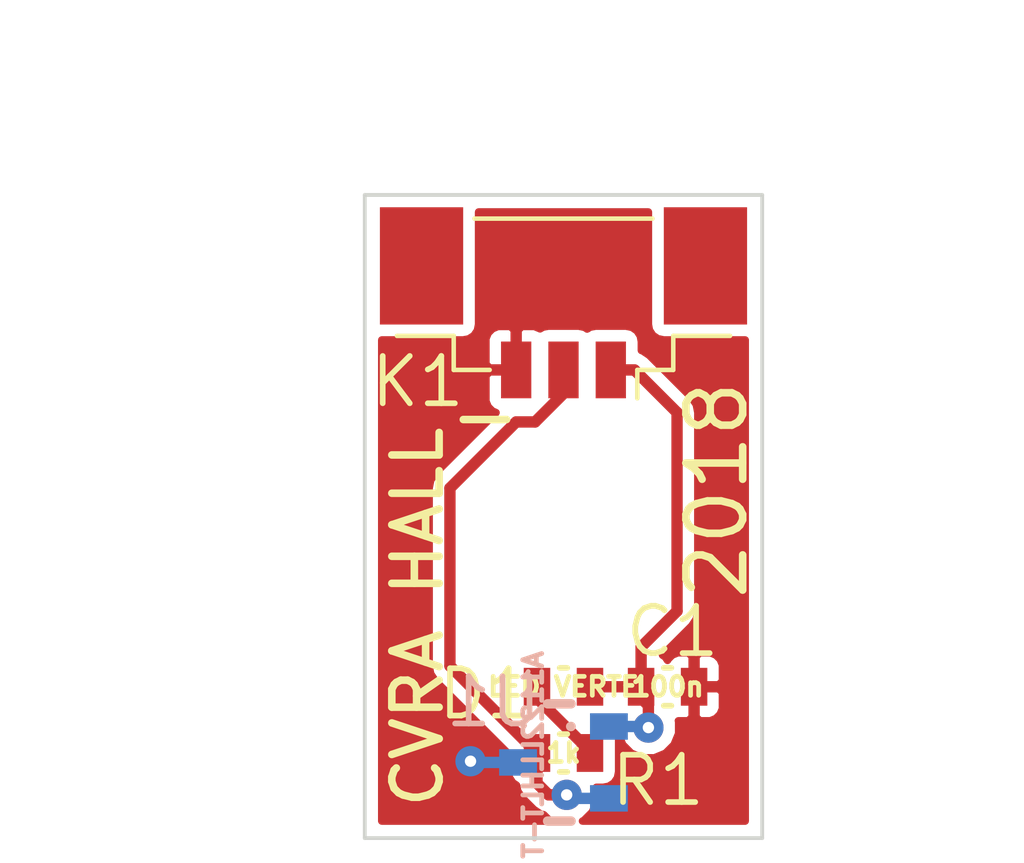
<source format=kicad_pcb>
(kicad_pcb (version 4) (host pcbnew 4.0.7)

  (general
    (links 8)
    (no_connects 0)
    (area 133.096799 77.958699 143.696801 95.058701)
    (thickness 0.8)
    (drawings 12)
    (tracks 30)
    (zones 0)
    (modules 6)
    (nets 6)
  )

  (page A4)
  (layers
    (0 F.Cu mixed)
    (31 B.Cu mixed)
    (32 B.Adhes user)
    (33 F.Adhes user)
    (34 B.Paste user)
    (35 F.Paste user)
    (36 B.SilkS user)
    (37 F.SilkS user)
    (38 B.Mask user)
    (39 F.Mask user)
    (40 Dwgs.User user)
    (41 Cmts.User user)
    (42 Eco1.User user)
    (43 Eco2.User user)
    (44 Edge.Cuts user)
    (45 Margin user)
    (46 B.CrtYd user)
    (47 F.CrtYd user)
    (48 B.Fab user)
    (49 F.Fab user)
  )

  (setup
    (last_trace_width 0.254)
    (user_trace_width 0.3)
    (user_trace_width 0.4)
    (user_trace_width 0.8)
    (trace_clearance 0.254)
    (zone_clearance 0.3)
    (zone_45_only no)
    (trace_min 0.2)
    (segment_width 0.1)
    (edge_width 0.1)
    (via_size 0.8)
    (via_drill 0.3)
    (via_min_size 0.8)
    (via_min_drill 0.3)
    (user_via 0.8 0.3)
    (uvia_size 0.508)
    (uvia_drill 0.127)
    (uvias_allowed no)
    (uvia_min_size 0.508)
    (uvia_min_drill 0.127)
    (pcb_text_width 0.2)
    (pcb_text_size 1.5 1.5)
    (mod_edge_width 0.15)
    (mod_text_size 1.25 1.25)
    (mod_text_width 0.15)
    (pad_size 0.7 1)
    (pad_drill 0)
    (pad_to_mask_clearance 0.08)
    (solder_mask_min_width 0.32)
    (aux_axis_origin 133.15 95)
    (grid_origin 133.1468 95.0087)
    (visible_elements 7FFEEFFF)
    (pcbplotparams
      (layerselection 0x011fc_80000001)
      (usegerberextensions true)
      (excludeedgelayer true)
      (linewidth 0.100000)
      (plotframeref false)
      (viasonmask false)
      (mode 1)
      (useauxorigin true)
      (hpglpennumber 1)
      (hpglpenspeed 20)
      (hpglpendiameter 15)
      (hpglpenoverlay 2)
      (psnegative false)
      (psa4output false)
      (plotreference true)
      (plotvalue false)
      (plotinvisibletext false)
      (padsonsilk false)
      (subtractmaskfromsilk true)
      (outputformat 1)
      (mirror false)
      (drillshape 0)
      (scaleselection 1)
      (outputdirectory Gerber/))
  )

  (net 0 "")
  (net 1 GND)
  (net 2 VCC)
  (net 3 "Net-(K1-Pad2)")
  (net 4 "Net-(D1-Pad2)")
  (net 5 "Net-(MEC1-Pad1)")

  (net_class Default "Ceci est la Netclass par défaut"
    (clearance 0.254)
    (trace_width 0.254)
    (via_dia 0.8)
    (via_drill 0.3)
    (uvia_dia 0.508)
    (uvia_drill 0.127)
    (add_net GND)
    (add_net "Net-(D1-Pad2)")
    (add_net "Net-(K1-Pad2)")
    (add_net "Net-(MEC1-Pad1)")
    (add_net VCC)
  )

  (module Connectors_Molex:Molex_PicoBlade_53398-0371_03x1.25mm_Straight (layer F.Cu) (tedit 5A355E5D) (tstamp 5A29B74F)
    (at 138.3968 81.2587 180)
    (descr "Molex PicoBlade, single row, top entry type, surface mount, PN:53398-0371")
    (tags "connector molex picoblade smt")
    (path /5522C353)
    (attr smd)
    (fp_text reference K1 (at 3.853 -1.685 180) (layer F.SilkS)
      (effects (font (size 1.25 1.25) (thickness 0.15)))
    )
    (fp_text value CONN_3 (at 0 4.25 180) (layer F.Fab)
      (effects (font (size 1 1) (thickness 0.15)))
    )
    (fp_line (start -2.75 -1.225) (end -2.75 2.475) (layer F.Fab) (width 0.1))
    (fp_line (start -2.75 2.475) (end 2.75 2.475) (layer F.Fab) (width 0.1))
    (fp_line (start 2.75 2.475) (end 2.75 -1.225) (layer F.Fab) (width 0.1))
    (fp_line (start 2.75 -1.225) (end -2.75 -1.225) (layer F.Fab) (width 0.1))
    (fp_line (start 2.75 2.475) (end 4.25 2.475) (layer F.Fab) (width 0.1))
    (fp_line (start 4.25 2.475) (end 4.25 -0.325) (layer F.Fab) (width 0.1))
    (fp_line (start 4.25 -0.325) (end 2.75 -0.325) (layer F.Fab) (width 0.1))
    (fp_line (start -2.75 2.475) (end -4.25 2.475) (layer F.Fab) (width 0.1))
    (fp_line (start -4.25 2.475) (end -4.25 -0.325) (layer F.Fab) (width 0.1))
    (fp_line (start -4.25 -0.325) (end -2.75 -0.325) (layer F.Fab) (width 0.1))
    (fp_line (start 1.95 -1.375) (end 2.9 -1.375) (layer F.SilkS) (width 0.12))
    (fp_line (start 2.9 -1.375) (end 2.9 -0.475) (layer F.SilkS) (width 0.12))
    (fp_line (start 2.9 -0.475) (end 4.4 -0.475) (layer F.SilkS) (width 0.12))
    (fp_line (start -1.95 -1.375) (end -2.9 -1.375) (layer F.SilkS) (width 0.12))
    (fp_line (start -2.9 -1.375) (end -2.9 -0.475) (layer F.SilkS) (width 0.12))
    (fp_line (start -2.9 -0.475) (end -4.4 -0.475) (layer F.SilkS) (width 0.12))
    (fp_line (start -2.35 2.625) (end 2.35 2.625) (layer F.SilkS) (width 0.12))
    (fp_line (start -1.95 -1.375) (end -1.95 -2.125) (layer F.SilkS) (width 0.12))
    (fp_line (start -1.65 -1.225) (end -1.25 -0.425) (layer F.Fab) (width 0.1))
    (fp_line (start -1.25 -0.425) (end -0.85 -1.225) (layer F.Fab) (width 0.1))
    (fp_line (start -0.85 -1.225) (end -1.65 -1.225) (layer F.Fab) (width 0.1))
    (fp_line (start 0 -2.7) (end 3.35 -2.7) (layer F.CrtYd) (width 0.05))
    (fp_line (start 3.35 -2.7) (end 3.35 -0.9) (layer F.CrtYd) (width 0.05))
    (fp_line (start 3.35 -0.9) (end 5.4 -0.9) (layer F.CrtYd) (width 0.05))
    (fp_line (start 5.4 -0.9) (end 5.4 3.5) (layer F.CrtYd) (width 0.05))
    (fp_line (start 5.4 3.5) (end 0 3.5) (layer F.CrtYd) (width 0.05))
    (fp_line (start 0 -2.7) (end -3.35 -2.7) (layer F.CrtYd) (width 0.05))
    (fp_line (start -3.35 -2.7) (end -3.35 -0.9) (layer F.CrtYd) (width 0.05))
    (fp_line (start -3.35 -0.9) (end -5.4 -0.9) (layer F.CrtYd) (width 0.05))
    (fp_line (start -5.4 -0.9) (end -5.4 3.5) (layer F.CrtYd) (width 0.05))
    (fp_line (start -5.4 3.5) (end 0 3.5) (layer F.CrtYd) (width 0.05))
    (fp_text user %R (at 0 1.5 180) (layer F.Fab)
      (effects (font (size 1 1) (thickness 0.15)))
    )
    (pad 1 smd rect (at -1.25 -1.375 180) (size 0.8 1.5) (layers F.Cu F.Paste F.Mask)
      (net 2 VCC))
    (pad 2 smd rect (at 0 -1.375 180) (size 0.8 1.5) (layers F.Cu F.Paste F.Mask)
      (net 3 "Net-(K1-Pad2)"))
    (pad 3 smd rect (at 1.25 -1.375 180) (size 0.8 1.5) (layers F.Cu F.Paste F.Mask)
      (net 1 GND))
    (pad "" smd rect (at -3.75 1.375 180) (size 2.2 3.1) (layers F.Cu F.Paste F.Mask))
    (pad "" smd rect (at 3.75 1.375 180) (size 2.2 3.1) (layers F.Cu F.Paste F.Mask))
    (model ${KISYS3DMOD}/Connectors_Molex.3dshapes/Molex_PicoBlade_53398-0371_03x1.25mm_Straight.wrl
      (at (xyz 0 0 0))
      (scale (xyz 1 1 1))
      (rotate (xyz 0 0 0))
    )
  )

  (module _std:_0603 (layer F.Cu) (tedit 5A355E3D) (tstamp 5522F17C)
    (at 141.1468 91.0087)
    (path /5522C472)
    (fp_text reference C1 (at 0.128 -1.461) (layer F.SilkS)
      (effects (font (size 1.25 1.25) (thickness 0.15)))
    )
    (fp_text value 100n (at 0 0) (layer F.SilkS)
      (effects (font (size 0.5 0.5) (thickness 0.125)))
    )
    (fp_line (start 0.1 0.5) (end -0.1 0.5) (layer F.SilkS) (width 0.15))
    (fp_line (start 0.1 -0.5) (end -0.1 -0.5) (layer F.SilkS) (width 0.15))
    (pad 2 smd rect (at 0.7 0) (size 0.7 1) (layers F.Cu F.Paste F.Mask)
      (net 1 GND))
    (pad 1 smd rect (at -0.7 0) (size 0.7 1) (layers F.Cu F.Paste F.Mask)
      (net 2 VCC))
  )

  (module _std:_0603 (layer F.Cu) (tedit 5A355E39) (tstamp 5522F189)
    (at 138.3968 92.7587 180)
    (path /5522CE34)
    (fp_text reference R1 (at -2.497 -0.726 180) (layer F.SilkS)
      (effects (font (size 1.25 1.25) (thickness 0.15)))
    )
    (fp_text value 1k (at 0 0 180) (layer F.SilkS)
      (effects (font (size 0.5 0.5) (thickness 0.125)))
    )
    (fp_line (start 0.1 0.5) (end -0.1 0.5) (layer F.SilkS) (width 0.15))
    (fp_line (start 0.1 -0.5) (end -0.1 -0.5) (layer F.SilkS) (width 0.15))
    (pad 2 smd rect (at 0.7 0 180) (size 0.7 1) (layers F.Cu F.Paste F.Mask)
      (net 3 "Net-(K1-Pad2)"))
    (pad 1 smd rect (at -0.7 0 180) (size 0.7 1) (layers F.Cu F.Paste F.Mask)
      (net 4 "Net-(D1-Pad2)"))
  )

  (module footprints:SOT-23W locked (layer B.Cu) (tedit 5A771FDE) (tstamp 5522F190)
    (at 138.3968 93.0087 270)
    (path /5522CBB3)
    (fp_text reference U1 (at -1.6 1.85 540) (layer B.SilkS)
      (effects (font (size 1.25 1.25) (thickness 0.15)) (justify mirror))
    )
    (fp_text value A1122LLHLT-T (at -0.2 0.8 270) (layer B.SilkS)
      (effects (font (size 0.5 0.5) (thickness 0.125)) (justify mirror))
    )
    (fp_line (start 1.55 0.42) (end 1.55 -0.2) (layer B.SilkS) (width 0.25))
    (fp_line (start -1.55 0.42) (end -1.55 -0.2) (layer B.SilkS) (width 0.25))
    (fp_line (start -0.95 -0.19) (end -0.95 -0.2) (layer B.SilkS) (width 0.25))
    (pad 3 smd rect (at 0 1.2 270) (size 0.7 1) (layers B.Cu B.Paste B.Mask)
      (net 1 GND))
    (pad 2 smd rect (at 0.95 -1.2 270) (size 0.7 1) (layers B.Cu B.Paste B.Mask)
      (net 3 "Net-(K1-Pad2)"))
    (pad 1 smd rect (at -0.95 -1.2 270) (size 0.7 1) (layers B.Cu B.Paste B.Mask)
      (net 2 VCC))
  )

  (module _std:_0603 (layer F.Cu) (tedit 5A355E48) (tstamp 552ACFCC)
    (at 138.3968 91.0087 180)
    (path /552ACA8A)
    (fp_text reference D1 (at 2.075 -0.19 180) (layer F.SilkS)
      (effects (font (size 1.25 1.25) (thickness 0.15)))
    )
    (fp_text value "LED VERTE" (at 0 0 180) (layer F.SilkS)
      (effects (font (size 0.5 0.5) (thickness 0.125)))
    )
    (fp_line (start 0.1 0.5) (end -0.1 0.5) (layer F.SilkS) (width 0.15))
    (fp_line (start 0.1 -0.5) (end -0.1 -0.5) (layer F.SilkS) (width 0.15))
    (pad 2 smd rect (at 0.7 0 180) (size 0.7 1) (layers F.Cu F.Paste F.Mask)
      (net 4 "Net-(D1-Pad2)"))
    (pad 1 smd rect (at -0.7 0 180) (size 0.7 1) (layers F.Cu F.Paste F.Mask)
      (net 2 VCC))
  )

  (module Mounting_Holes:MountingHole_2.2mm_M2 locked (layer F.Cu) (tedit 5A355D51) (tstamp 5A29B75B)
    (at 138.3968 86.8587 180)
    (descr "Mounting Hole 2.2mm, no annular, M2")
    (tags "mounting hole 2.2mm no annular m2")
    (path /5A29B6AC)
    (attr virtual)
    (fp_text reference MEC1 (at 0 -3.2 180) (layer F.SilkS) hide
      (effects (font (size 1.25 1.25) (thickness 0.15)))
    )
    (fp_text value M2 (at 0 3.2 180) (layer F.Fab)
      (effects (font (size 1 1) (thickness 0.15)))
    )
    (fp_text user %R (at 0.3 0 180) (layer F.Fab)
      (effects (font (size 1 1) (thickness 0.15)))
    )
    (fp_circle (center 0 0) (end 2.2 0) (layer Cmts.User) (width 0.15))
    (fp_circle (center 0 0) (end 2.45 0) (layer F.CrtYd) (width 0.05))
    (pad 1 np_thru_hole circle (at 0 0 180) (size 2.2 2.2) (drill 2.2) (layers *.Cu *.Mask)
      (net 5 "Net-(MEC1-Pad1)"))
  )

  (gr_text 2018 (at 142.4468 85.8087 90) (layer F.SilkS)
    (effects (font (size 1.5 1.5) (thickness 0.2)))
  )
  (dimension 6 (width 0.1) (layer Dwgs.User)
    (gr_text 6.15 (at 150.1468 89.5087 90) (layer Dwgs.User)
      (effects (font (size 1.5 1.5) (thickness 0.1)))
    )
    (feature1 (pts (xy 144.6468 87.0087) (xy 148.9468 87.0087)))
    (feature2 (pts (xy 144.6468 93.0087) (xy 148.9468 93.0087)))
    (crossbar (pts (xy 146.6468 93.0087) (xy 146.6468 87.0087)))
    (arrow1a (pts (xy 146.6468 87.0087) (xy 147.233221 88.135204)))
    (arrow1b (pts (xy 146.6468 87.0087) (xy 146.060379 88.135204)))
    (arrow2a (pts (xy 146.6468 93.0087) (xy 147.233221 91.882196)))
    (arrow2b (pts (xy 146.6468 93.0087) (xy 146.060379 91.882196)))
  )
  (dimension 2 (width 0.1) (layer Dwgs.User)
    (gr_text 2.0 (at 150.1468 94.5087 90) (layer Dwgs.User)
      (effects (font (size 1.5 1.5) (thickness 0.1)))
    )
    (feature1 (pts (xy 144.6468 93.0087) (xy 148.9468 93.0087)))
    (feature2 (pts (xy 144.6468 95.0087) (xy 148.9468 95.0087)))
    (crossbar (pts (xy 146.6468 95.0087) (xy 146.6468 93.0087)))
    (arrow1a (pts (xy 146.6468 93.0087) (xy 147.233221 94.135204)))
    (arrow1b (pts (xy 146.6468 93.0087) (xy 146.060379 94.135204)))
    (arrow2a (pts (xy 146.6468 95.0087) (xy 147.233221 93.882196)))
    (arrow2b (pts (xy 146.6468 95.0087) (xy 146.060379 93.882196)))
  )
  (dimension 10.5 (width 0.1) (layer Dwgs.User)
    (gr_text "10.5 mm" (at 138.6468 73.5087) (layer Dwgs.User)
      (effects (font (size 1.5 1.5) (thickness 0.1)))
    )
    (feature1 (pts (xy 143.6468 78.0087) (xy 143.6468 73.2087)))
    (feature2 (pts (xy 133.1468 78.0087) (xy 133.1468 73.2087)))
    (crossbar (pts (xy 133.1468 75.5087) (xy 143.6468 75.5087)))
    (arrow1a (pts (xy 143.6468 75.5087) (xy 142.520296 76.095121)))
    (arrow1b (pts (xy 143.6468 75.5087) (xy 142.520296 74.922279)))
    (arrow2a (pts (xy 133.1468 75.5087) (xy 134.273304 76.095121)))
    (arrow2b (pts (xy 133.1468 75.5087) (xy 134.273304 74.922279)))
  )
  (dimension 17 (width 0.1) (layer Dwgs.User)
    (gr_text "17.0 mm" (at 129.4968 86.5087 90) (layer Dwgs.User)
      (effects (font (size 1.5 1.5) (thickness 0.1)))
    )
    (feature1 (pts (xy 133.1468 78.0087) (xy 128.3468 78.0087)))
    (feature2 (pts (xy 133.1468 95.0087) (xy 128.3468 95.0087)))
    (crossbar (pts (xy 130.6468 95.0087) (xy 130.6468 78.0087)))
    (arrow1a (pts (xy 130.6468 78.0087) (xy 131.233221 79.135204)))
    (arrow1b (pts (xy 130.6468 78.0087) (xy 130.060379 79.135204)))
    (arrow2a (pts (xy 130.6468 95.0087) (xy 131.233221 93.882196)))
    (arrow2b (pts (xy 130.6468 95.0087) (xy 130.060379 93.882196)))
  )
  (gr_text + (at 140.5128 83.9597) (layer Dwgs.User)
    (effects (font (size 1.5 1.5) (thickness 0.2)))
  )
  (gr_line (start 133.1468 78.0087) (end 133.1468 95.0087) (angle 90) (layer Edge.Cuts) (width 0.1))
  (gr_line (start 143.6468 78.0087) (end 133.1468 78.0087) (angle 90) (layer Edge.Cuts) (width 0.1))
  (gr_line (start 143.6468 95.0087) (end 143.6468 78.0087) (angle 90) (layer Edge.Cuts) (width 0.1))
  (gr_line (start 133.1468 95.0087) (end 143.6468 95.0087) (angle 90) (layer Edge.Cuts) (width 0.1))
  (gr_text "CVRA HALL" (at 134.5438 89.1667 90) (layer F.SilkS)
    (effects (font (size 1.25 1.25) (thickness 0.2)))
  )
  (gr_text - (at 136.3218 83.8327) (layer F.SilkS)
    (effects (font (size 1.5 1.5) (thickness 0.2)))
  )

  (segment (start 137.1968 93.0087) (end 135.9728 93.0087) (width 0.3) (layer B.Cu) (net 1))
  (via (at 135.9408 92.9767) (size 0.8) (drill 0.3) (layers F.Cu B.Cu) (net 1))
  (segment (start 135.9728 93.0087) (end 135.9408 92.9767) (width 0.3) (layer B.Cu) (net 1) (tstamp 5A3554EF))
  (segment (start 140.4468 91.0087) (end 140.4468 89.9587) (width 0.3) (layer F.Cu) (net 2))
  (segment (start 140.2718 82.6337) (end 139.6468 82.6337) (width 0.3) (layer F.Cu) (net 2) (tstamp 5A355848))
  (segment (start 141.3968 83.7587) (end 140.2718 82.6337) (width 0.3) (layer F.Cu) (net 2) (tstamp 5A35583E))
  (segment (start 141.3968 89.0087) (end 141.3968 83.7587) (width 0.3) (layer F.Cu) (net 2) (tstamp 5A355831))
  (segment (start 140.4468 89.9587) (end 141.3968 89.0087) (width 0.3) (layer F.Cu) (net 2) (tstamp 5A35582C))
  (segment (start 139.0968 91.0087) (end 140.4468 91.0087) (width 0.3) (layer F.Cu) (net 2))
  (segment (start 140.4468 91.0087) (end 140.4468 91.3087) (width 0.3) (layer F.Cu) (net 2))
  (segment (start 140.4468 91.3087) (end 140.6398 91.5017) (width 0.3) (layer F.Cu) (net 2) (tstamp 5A35581C))
  (segment (start 140.6398 91.5017) (end 140.6398 92.0877) (width 0.3) (layer F.Cu) (net 2) (tstamp 5A35581F))
  (segment (start 139.5968 92.0587) (end 140.6108 92.0587) (width 0.3) (layer B.Cu) (net 2))
  (via (at 140.6398 92.0877) (size 0.8) (drill 0.3) (layers F.Cu B.Cu) (net 2))
  (segment (start 140.6108 92.0587) (end 140.6398 92.0877) (width 0.3) (layer B.Cu) (net 2) (tstamp 5A355696))
  (segment (start 138.3968 82.6337) (end 138.3968 83.2587) (width 0.3) (layer F.Cu) (net 3))
  (segment (start 138.3968 83.2587) (end 137.6468 84.0087) (width 0.3) (layer F.Cu) (net 3) (tstamp 5A355851))
  (segment (start 137.6468 84.0087) (end 137.1468 84.0087) (width 0.3) (layer F.Cu) (net 3) (tstamp 5A355859))
  (segment (start 137.1468 84.0087) (end 135.3968 85.7587) (width 0.3) (layer F.Cu) (net 3) (tstamp 5A35585E))
  (segment (start 135.3968 85.7587) (end 135.3968 90.4587) (width 0.3) (layer F.Cu) (net 3) (tstamp 5A355866))
  (segment (start 135.3968 90.4587) (end 137.6968 92.7587) (width 0.3) (layer F.Cu) (net 3) (tstamp 5A355871))
  (segment (start 138.4808 93.8657) (end 138.0038 93.8657) (width 0.3) (layer F.Cu) (net 3))
  (segment (start 138.5738 93.9587) (end 138.4808 93.8657) (width 0.3) (layer B.Cu) (net 3) (tstamp 5A35563B))
  (via (at 138.4808 93.8657) (size 0.8) (drill 0.3) (layers F.Cu B.Cu) (net 3))
  (segment (start 139.5968 93.9587) (end 138.5738 93.9587) (width 0.3) (layer B.Cu) (net 3))
  (segment (start 137.6968 93.5587) (end 137.6968 92.7587) (width 0.3) (layer F.Cu) (net 3) (tstamp 5A355800))
  (segment (start 138.0038 93.8657) (end 137.6968 93.5587) (width 0.3) (layer F.Cu) (net 3) (tstamp 5A3557F7))
  (segment (start 139.0968 92.7587) (end 139.0968 92.7087) (width 0.3) (layer F.Cu) (net 4))
  (segment (start 139.0968 92.7087) (end 137.6968 91.3087) (width 0.3) (layer F.Cu) (net 4) (tstamp 5A35580E))
  (segment (start 137.6968 91.3087) (end 137.6968 91.0087) (width 0.3) (layer F.Cu) (net 4) (tstamp 5A355816))

  (zone (net 1) (net_name GND) (layer F.Cu) (tstamp 5A3558AD) (hatch full 0.508)
    (connect_pads (clearance 0.3))
    (min_thickness 0.2)
    (fill yes (arc_segments 16) (thermal_gap 0.3) (thermal_bridge_width 0.3) (smoothing fillet) (radius 1))
    (polygon
      (pts
        (xy 133.1468 78.0087) (xy 143.6468 78.0087) (xy 143.6468 95.0087) (xy 133.1468 95.0087)
      )
    )
    (filled_polygon
      (pts
        (xy 140.638964 81.4337) (xy 140.666856 81.581931) (xy 140.75446 81.718072) (xy 140.888129 81.809404) (xy 141.0468 81.841536)
        (xy 143.1968 81.841536) (xy 143.1968 94.5587) (xy 138.898529 94.5587) (xy 138.933372 94.544303) (xy 139.158612 94.319455)
        (xy 139.280661 94.025528) (xy 139.280939 93.707268) (xy 139.264109 93.666536) (xy 139.4468 93.666536) (xy 139.595031 93.638644)
        (xy 139.731172 93.55104) (xy 139.822504 93.417371) (xy 139.854636 93.2587) (xy 139.854636 92.282374) (xy 139.961197 92.540272)
        (xy 140.186045 92.765512) (xy 140.479972 92.887561) (xy 140.798232 92.887839) (xy 141.092372 92.766303) (xy 141.317612 92.541455)
        (xy 141.439661 92.247528) (xy 141.439939 91.929268) (xy 141.43144 91.9087) (xy 141.6968 91.9087) (xy 141.7968 91.8087)
        (xy 141.7968 91.0587) (xy 141.8968 91.0587) (xy 141.8968 91.8087) (xy 141.9968 91.9087) (xy 142.276365 91.9087)
        (xy 142.423382 91.847804) (xy 142.535904 91.735282) (xy 142.5968 91.588265) (xy 142.5968 91.1587) (xy 142.4968 91.0587)
        (xy 141.8968 91.0587) (xy 141.7968 91.0587) (xy 141.7768 91.0587) (xy 141.7768 90.9587) (xy 141.7968 90.9587)
        (xy 141.7968 90.2087) (xy 141.8968 90.2087) (xy 141.8968 90.9587) (xy 142.4968 90.9587) (xy 142.5968 90.8587)
        (xy 142.5968 90.429135) (xy 142.535904 90.282118) (xy 142.423382 90.169596) (xy 142.276365 90.1087) (xy 141.9968 90.1087)
        (xy 141.8968 90.2087) (xy 141.7968 90.2087) (xy 141.6968 90.1087) (xy 141.417235 90.1087) (xy 141.270218 90.169596)
        (xy 141.157696 90.282118) (xy 141.145411 90.311776) (xy 141.08914 90.224328) (xy 141.01182 90.171498) (xy 141.785709 89.397609)
        (xy 141.904934 89.219176) (xy 141.9468 89.0087) (xy 141.9468 83.7587) (xy 141.904934 83.548224) (xy 141.785709 83.369791)
        (xy 140.660709 82.244791) (xy 140.482276 82.125566) (xy 140.454636 82.120068) (xy 140.454636 81.8837) (xy 140.426744 81.735469)
        (xy 140.33914 81.599328) (xy 140.205471 81.507996) (xy 140.0468 81.475864) (xy 139.2468 81.475864) (xy 139.098569 81.503756)
        (xy 139.021678 81.553234) (xy 138.955471 81.507996) (xy 138.7968 81.475864) (xy 137.9968 81.475864) (xy 137.848569 81.503756)
        (xy 137.777971 81.549185) (xy 137.773382 81.544596) (xy 137.626365 81.4837) (xy 137.2968 81.4837) (xy 137.1968 81.5837)
        (xy 137.1968 82.5837) (xy 137.2168 82.5837) (xy 137.2168 82.6837) (xy 137.1968 82.6837) (xy 137.1968 82.7037)
        (xy 137.0968 82.7037) (xy 137.0968 82.6837) (xy 136.4468 82.6837) (xy 136.3468 82.7837) (xy 136.3468 83.463265)
        (xy 136.407696 83.610282) (xy 136.520218 83.722804) (xy 136.615437 83.762245) (xy 135.007891 85.369791) (xy 134.888666 85.548224)
        (xy 134.8468 85.7587) (xy 134.8468 90.4587) (xy 134.888666 90.669176) (xy 135.007891 90.847609) (xy 136.938964 92.778682)
        (xy 136.938964 93.2587) (xy 136.966856 93.406931) (xy 137.05446 93.543072) (xy 137.157726 93.613631) (xy 137.188666 93.769176)
        (xy 137.307891 93.947609) (xy 137.614889 94.254606) (xy 137.614891 94.254609) (xy 137.71017 94.318272) (xy 137.793324 94.373834)
        (xy 137.873603 94.389803) (xy 138.027045 94.543512) (xy 138.063622 94.5587) (xy 133.5968 94.5587) (xy 133.5968 81.841536)
        (xy 135.7468 81.841536) (xy 135.895031 81.813644) (xy 135.909808 81.804135) (xy 136.3468 81.804135) (xy 136.3468 82.4837)
        (xy 136.4468 82.5837) (xy 137.0968 82.5837) (xy 137.0968 81.5837) (xy 136.9968 81.4837) (xy 136.667235 81.4837)
        (xy 136.520218 81.544596) (xy 136.407696 81.657118) (xy 136.3468 81.804135) (xy 135.909808 81.804135) (xy 136.031172 81.72604)
        (xy 136.122504 81.592371) (xy 136.154636 81.4337) (xy 136.154636 78.4587) (xy 140.638964 78.4587)
      )
    )
  )
)

</source>
